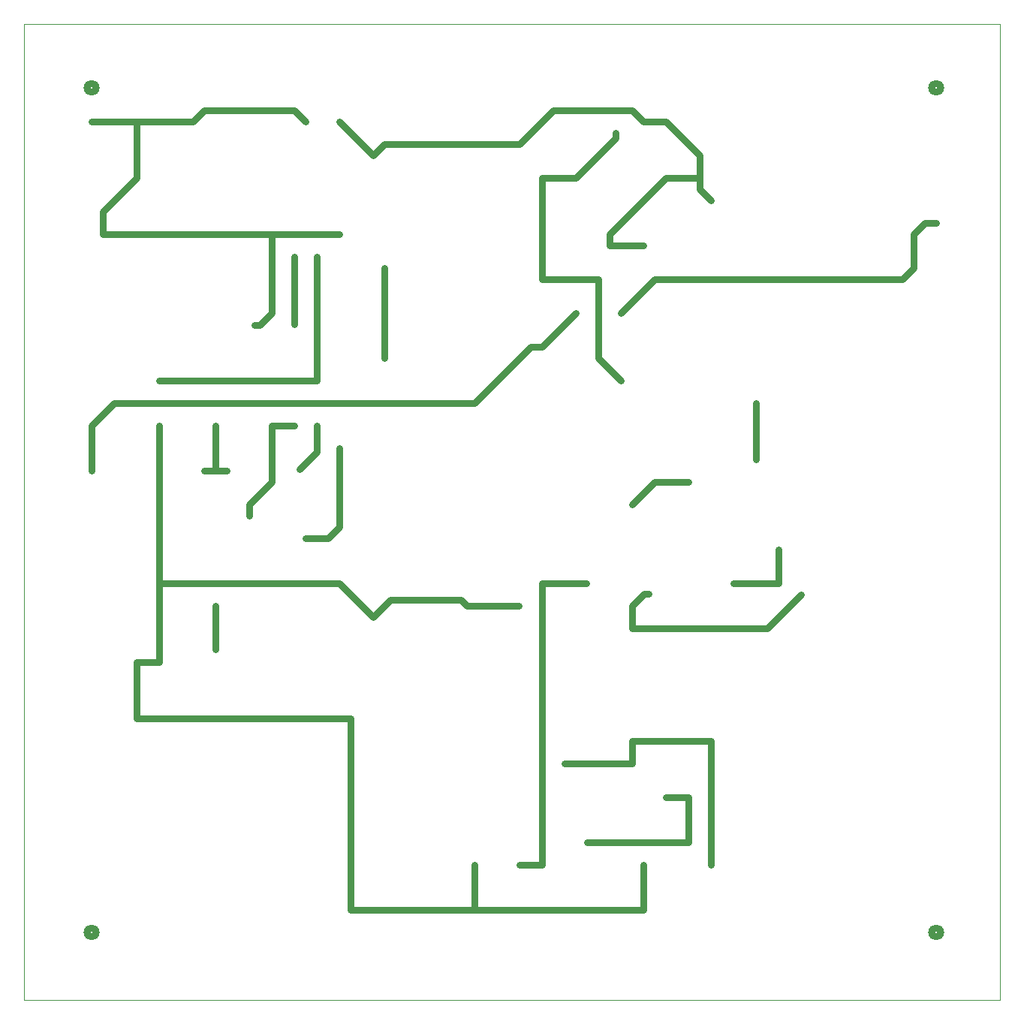
<source format=gbr>
%FSLAX34Y34*%
%MOMM*%
%LNCOPPER_TOP*%
G71*
G01*
%ADD10C, 0.00*%
%ADD11C, 0.80*%
%ADD12C, 1.80*%
%ADD13C, 0.30*%
%LPD*%
G54D10*
X-50000Y1050000D02*
X1050000Y1050000D01*
X1050000Y-50000D01*
X-50000Y-50000D01*
X-50000Y1050000D01*
G54D11*
X266700Y939800D02*
X254000Y952500D01*
X152400Y952500D01*
X139700Y939800D01*
X25400Y939800D01*
G54D11*
X304800Y939800D02*
X342900Y901700D01*
G54D11*
X495300Y914400D02*
X355600Y914400D01*
X342900Y901700D01*
G54D11*
X647700Y939800D02*
X673100Y939800D01*
X711200Y901700D01*
X711200Y863600D01*
X723900Y850900D01*
G54D11*
X76200Y939800D02*
X76200Y876300D01*
X63500Y863600D01*
G54D11*
X495300Y914400D02*
X508000Y914400D01*
X546100Y952500D01*
X635000Y952500D01*
X647700Y939800D01*
G54D11*
X647700Y800100D02*
X609600Y800100D01*
X609600Y812800D01*
X673100Y876300D01*
X711200Y876300D01*
G54D11*
X952500Y774700D02*
X952500Y812800D01*
X965200Y825500D01*
X977900Y825500D01*
G54D11*
X622685Y724135D02*
X622685Y724285D01*
X660400Y762000D01*
X939800Y762000D01*
X952500Y774700D01*
G54D11*
X266700Y469900D02*
X292100Y469900D01*
X304800Y482600D01*
X304800Y571500D01*
G54D11*
X25400Y546100D02*
X25400Y596900D01*
X50800Y622300D01*
X457200Y622300D01*
X520700Y685800D01*
X533551Y685800D01*
X571885Y724135D01*
G54D11*
X152400Y546100D02*
X177800Y546100D01*
G54D11*
X203200Y495300D02*
X203200Y508000D01*
X228600Y533400D01*
X228600Y596900D01*
X254000Y596900D01*
G54D11*
X165100Y596900D02*
X165100Y546100D01*
G54D11*
X279400Y787400D02*
X279400Y647700D01*
G54D11*
X190500Y647700D02*
X279400Y647700D01*
G54D11*
X279400Y596900D02*
X279400Y567705D01*
X260066Y548371D01*
G54D11*
X254000Y711200D02*
X254000Y787400D01*
G54D11*
X635000Y508000D02*
X660400Y533400D01*
X698500Y533400D01*
G54D11*
X774700Y622300D02*
X774700Y558800D01*
G54D11*
X616978Y927499D02*
X616978Y921778D01*
X571500Y876300D01*
X533400Y876300D01*
X533400Y762000D01*
X596900Y762000D01*
X596900Y673720D01*
X622685Y647935D01*
G54D11*
X355600Y673100D02*
X355600Y774700D01*
G54D11*
X63500Y863600D02*
X38100Y838200D01*
X38100Y812800D01*
X304800Y812800D01*
G54D11*
X209266Y710871D02*
X215571Y710871D01*
X228600Y723900D01*
X228600Y812800D01*
G54D11*
X653766Y407371D02*
X648671Y407371D01*
X635000Y393700D01*
X635000Y368300D01*
X787400Y368300D01*
X825500Y406400D01*
G54D11*
X507851Y393691D02*
X449309Y393691D01*
X442500Y400500D01*
X362400Y400500D01*
X342900Y381000D01*
G54D11*
X190500Y647700D02*
X101600Y647700D01*
G54D11*
X101600Y596900D02*
X101600Y419100D01*
X304800Y419100D01*
X342900Y381000D01*
G54D11*
X584051Y419090D02*
X533400Y419100D01*
X533400Y101600D01*
X508000Y101600D01*
G54D11*
X749300Y419100D02*
X800100Y419100D01*
X800100Y457200D01*
G54D11*
X165100Y393700D02*
X165100Y344800D01*
G54D11*
X101600Y419100D02*
X101600Y330200D01*
G54D11*
X457200Y101600D02*
X457200Y50800D01*
X647700Y50800D01*
X647700Y101600D01*
G54D11*
X101600Y330200D02*
X76200Y330200D01*
X76200Y266700D01*
X317500Y266700D01*
X317500Y50800D01*
X457200Y50800D01*
G54D11*
X584200Y127000D02*
X698500Y127000D01*
X698500Y177800D01*
X673100Y177800D01*
G54D11*
X558800Y215900D02*
X635000Y215900D01*
G54D11*
X723900Y101600D02*
X723900Y241300D01*
X635000Y241300D01*
X635000Y215900D01*
X25400Y977900D02*
G54D12*
D03*
X25400Y977900D02*
G54D12*
D03*
X25400Y977900D02*
G54D12*
D03*
X977900Y977900D02*
G54D12*
D03*
X977900Y25400D02*
G54D12*
D03*
X25400Y25400D02*
G54D12*
D03*
X25400Y977900D02*
G54D12*
D03*
%LNAUGENFREISTANZEN*%
%LPC*%
X25400Y977900D02*
G54D13*
D03*
X25400Y977900D02*
G54D13*
D03*
X25400Y977900D02*
G54D13*
D03*
X977900Y977900D02*
G54D13*
D03*
X977900Y25400D02*
G54D13*
D03*
X25400Y25400D02*
G54D13*
D03*
X25400Y977900D02*
G54D13*
D03*
M02*

</source>
